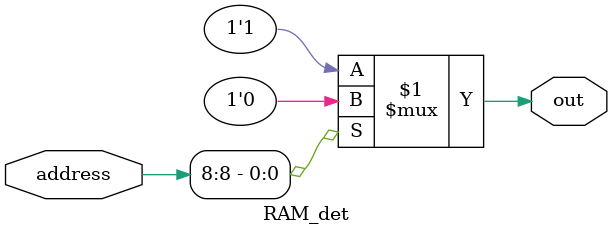
<source format=v>
module Datapath(cw, k, reset, data_in, clock, Databus, Status, Zero, I, Write, R0, R1, R2, R3, R4, R5, R6, R7, PC_out);
/*
	Created by David Russo
	Last edited 4/24/2018
	
	This Datapath has 5 main modules inside it:
	1. Register File
	2. Arithmetic Logic Unit (ALU)
	3. Random Access Memory (RAM)
	4. Program Counter (PC)
	5. Read-Only Memory (ROM)
	
	**This Datapath is updated to be able to interface with Peripherals**
*/

	// inputs and outputs
	input [28:0]cw; // {status_load, B_sel, PC_sel, memWrite, regWrite, enable, PS, FS, SB, SA, DA}
	input [63:0]k; // constant value
	input [63:0]data_in; // input from Peripherals
	input reset; // resets the register file
	input clock; // clock for the register file and the RAM
	
	output [63:0]Databus; // Outputs to the program counter
	output [3:0]Status;//Status = {Overflow, Carry, Zero, Negative}, status outputs to the control unit
	output [31:0]I; // ROM instructions
	output Zero; // Immediate zero bit for CBZ/CBNZ
	output Write; // Write to memory output to peripherals
	output [15:0]R0, R1, R2, R3, R4, R5, R6, R7, PC_out;
	
	/* 
	cw values
	[4:0] = DA
	[9:5] = SA
	[14:10] = SB
	[19:15] = FS
		FS[0] B invert
		FS[1] A invert
		FS[4:2] operation select
			000: and
			001: or
			010: add
			011: XOR
			100: shift left
			101: shift right
			110: not used
			111: not used
	[21:20] = PS
		00: PC <= PC
		01: PC <= PC4
		10: PC <= in
		11: PC <= PC4 + in*4
	[23:22] = enable
		00: ALU_out
		01: RAM_out
		10: PC4
		11: B1 (Was GND)
	[24] regWrite = 1
	[25] memWrite = 0
	[26] = PC_sel
		0: k
		1: a
	[27] = B_sel
		0: k
		1: b
	[28] = status_load
	*/

	// wires
	wire [4:0]DA, SA, SB, FS; // Destination Address, Select A, Select B, Function Select
	wire [1:0]PS, enable; // Program Select, Enables Data onto Databus
	wire regWrite, memWrite, PC_sel, B_sel, status_load; // Write to RegFile, write to RAM, 
																		  // Select PC in, Select B, load status bits
	wire [63:0]a, b, a2, b2, ALU_out, RAM_out, PC, PC4;
	wire [3:0]status_ALU;
	
	// peripheral add-on wires
	wire [63:0]RAM_mux_out;
	wire RAM_det_out;
	wire memWrite2;
	
	// decode control word
	assign {status_load, B_sel, PC_sel, memWrite, regWrite, enable, PS, FS, SB, SA, DA} = cw;
	
	//assign other internal wires
	assign b2 = B_sel ? b : k; // if B_sel is 0: then k, if B_sel is 1: then b
	assign a2 = PC_sel ? a : k; // if PC_sel is 0: then k, if PC_sel is 1: then a
	assign Zero = status_ALU[1];
	assign memWrite2 = RAM_det_out & memWrite;
	assign PC_out = PC[15:0]; // for GPIO matrix display
	
	// define parameters
	defparam status_reg.N = 4;
	
	//Instantiations
	ALU_rev2 ALU_inst(a, b2, FS, ALU_out, status_ALU);
	RegisterFile RegisterFile_inst(a, b, R0, R1, R2, R3, R4, R5, R6, R7, Databus, DA, SA, SB, regWrite, reset, clock); // 32x64
	RAM_det RAM_det_inst(ALU_out[31:0], RAM_det_out);
	RAM256x64 RAM_inst(ALU_out[7:0], clock, Databus, memWrite2, RAM_out);
	RegisterNbit status_reg(Status, status_ALU, status_load, reset, clock);
	ProgramCounter PC_inst(a2, PS, reset, clock, PC, PC4);
	//rom_case ROM_inst(I, PC); // ROM from class
	//Muhlbaiers_rom_case ROM_inst1(I, PC[15:0]);
	rom_case_nice ROM_inst2(I, PC[15:0]);

	
	assign RAM_mux_out = RAM_det_out ? RAM_out : data_in;
	assign Databus = enable[1] ? (enable[0] ? b : PC4) : (enable[0] ? RAM_mux_out : ALU_out);
	assign Write = memWrite;

endmodule

module RAM_det(address, out);
	// This module takes in a 32-bit address and outputs 1 if writing to RAM and 0 if writing to peripherals
	input [31:0]address;
	output out;
	
	// if (address <= 32'h3FF) {out = 1'b1}
	assign out = address[8] ? 1'b0 : 1'b1; // just stays as a wire for now
	
endmodule


</source>
